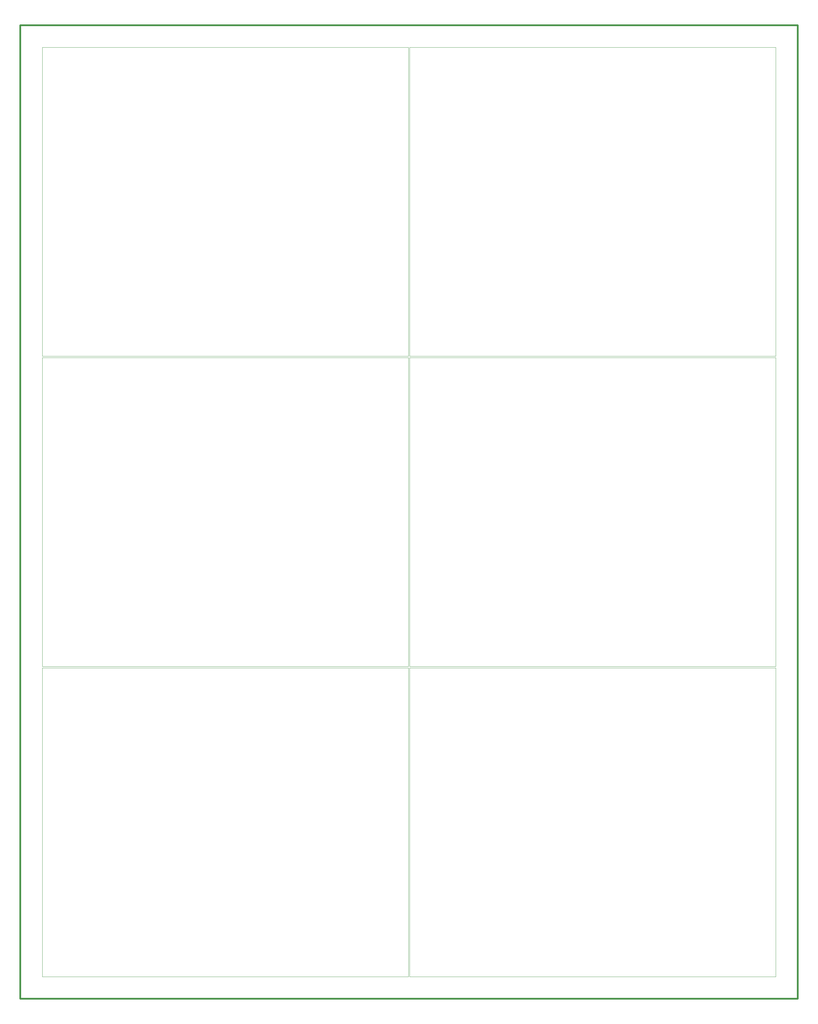
<source format=gko>
G04*
G04 #@! TF.GenerationSoftware,Altium Limited,Altium Designer,18.1.9 (240)*
G04*
G04 Layer_Color=16711935*
%FSLAX24Y24*%
%MOIN*%
G70*
G01*
G75*
%ADD28C,0.0100*%
%ADD33C,0.0200*%
%ADD85C,0.0010*%
D28*
X0Y110450D02*
X46550D01*
D33*
X0Y0D02*
Y110400D01*
Y0D02*
X88245D01*
Y110450D01*
X0D02*
X88245D01*
D85*
X44049Y2500D02*
Y37550D01*
X44016Y2500D02*
X44049D01*
X2500D02*
X44016D01*
X2500D02*
Y37550D01*
X2500D02*
X44050D01*
X85749Y2500D02*
Y37550D01*
X85716Y2500D02*
X85749D01*
X44200D02*
X85716D01*
X44200D02*
Y37550D01*
X44200D02*
X85750D01*
X44049Y37700D02*
Y72750D01*
X44016Y37700D02*
X44049D01*
X2500D02*
X44016D01*
X2500D02*
Y72750D01*
X2500D02*
X44050D01*
X85749Y37700D02*
Y72750D01*
X85716Y37700D02*
X85749D01*
X44200D02*
X85716D01*
X44200D02*
Y72750D01*
X44200D02*
X85750D01*
X44049Y72900D02*
Y107950D01*
X44016Y72900D02*
X44049D01*
X2500D02*
X44016D01*
X2500D02*
Y107950D01*
X2500D02*
X44050D01*
X85749Y72900D02*
Y107950D01*
X85716Y72900D02*
X85749D01*
X44200D02*
X85716D01*
X44200D02*
Y107950D01*
X44200D02*
X85750D01*
M02*

</source>
